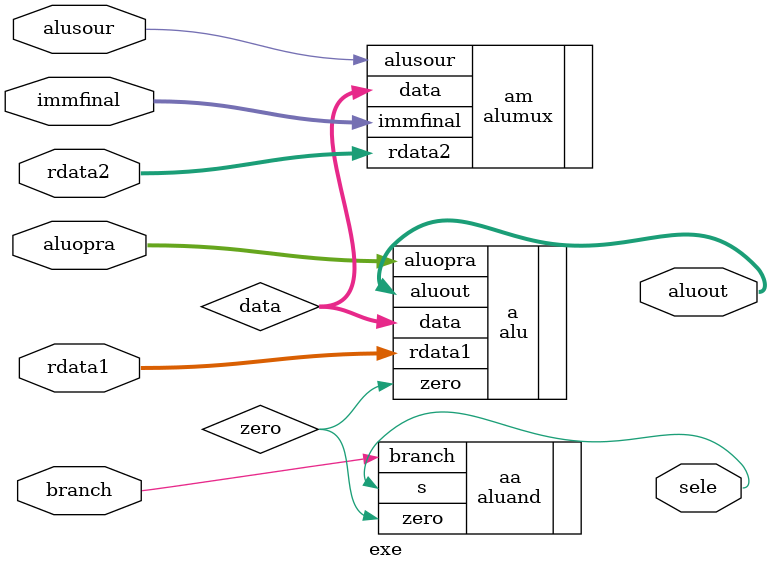
<source format=sv>
module exe#(parameter n=32)(
input logic [n-1:0]rdata1,rdata2,immfinal, 
input logic [3:0]aluopra,
input logic alusour,branch, output logic [n-1:0]aluout, 
output logic sele);
logic[n-1:0] data; 
logic zero;
alumux am(.rdata2(rdata2),.immfinal(immfinal),.alusour(alusour),.data(data)); 
aluand aa(.branch(branch),.zero(zero),.s(sele));
alu a(.aluopra(aluopra),.data(data),.zero(zero),.rdata1(rdata1),.aluout(aluout)); 
endmodule

</source>
